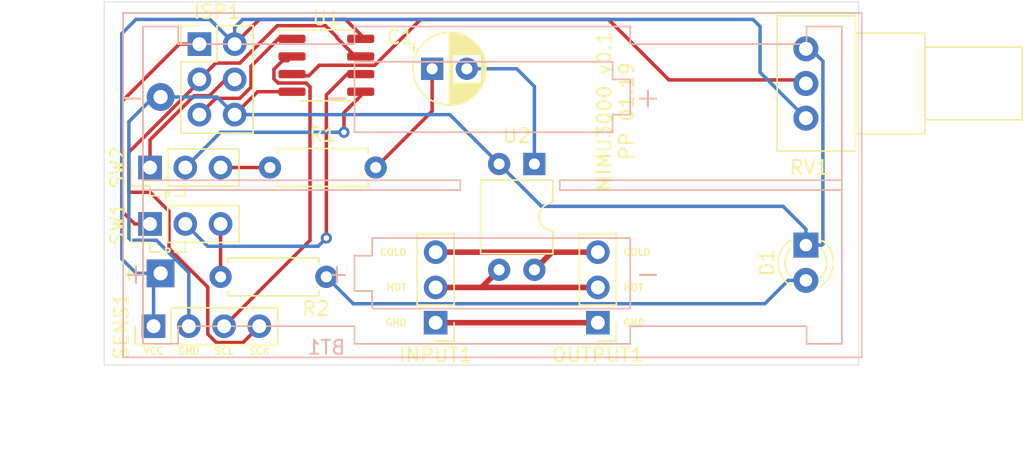
<source format=kicad_pcb>
(kicad_pcb (version 20171130) (host pcbnew 5.1.5-1.fc31)

  (general
    (thickness 1.6)
    (drawings 39)
    (tracks 138)
    (zones 0)
    (modules 14)
    (nets 19)
  )

  (page A4)
  (layers
    (0 F.Cu signal)
    (31 B.Cu signal)
    (32 B.Adhes user)
    (33 F.Adhes user)
    (34 B.Paste user)
    (35 F.Paste user)
    (36 B.SilkS user)
    (37 F.SilkS user)
    (38 B.Mask user)
    (39 F.Mask user)
    (40 Dwgs.User user)
    (41 Cmts.User user)
    (42 Eco1.User user)
    (43 Eco2.User user)
    (44 Edge.Cuts user)
    (45 Margin user)
    (46 B.CrtYd user)
    (47 F.CrtYd user)
    (48 B.Fab user)
    (49 F.Fab user)
  )

  (setup
    (last_trace_width 0.25)
    (trace_clearance 0.2)
    (zone_clearance 0.508)
    (zone_45_only no)
    (trace_min 0.2)
    (via_size 0.8)
    (via_drill 0.4)
    (via_min_size 0.4)
    (via_min_drill 0.3)
    (uvia_size 0.3)
    (uvia_drill 0.1)
    (uvias_allowed no)
    (uvia_min_size 0.2)
    (uvia_min_drill 0.1)
    (edge_width 0.05)
    (segment_width 0.2)
    (pcb_text_width 0.3)
    (pcb_text_size 1.5 1.5)
    (mod_edge_width 0.12)
    (mod_text_size 1 1)
    (mod_text_width 0.15)
    (pad_size 1.524 1.524)
    (pad_drill 0.762)
    (pad_to_mask_clearance 0.051)
    (solder_mask_min_width 0.25)
    (aux_axis_origin 0 0)
    (visible_elements FFFFFF7F)
    (pcbplotparams
      (layerselection 0x010fc_ffffffff)
      (usegerberextensions false)
      (usegerberattributes false)
      (usegerberadvancedattributes false)
      (creategerberjobfile false)
      (excludeedgelayer true)
      (linewidth 0.100000)
      (plotframeref false)
      (viasonmask false)
      (mode 1)
      (useauxorigin false)
      (hpglpennumber 1)
      (hpglpenspeed 20)
      (hpglpendiameter 15.000000)
      (psnegative false)
      (psa4output false)
      (plotreference true)
      (plotvalue true)
      (plotinvisibletext false)
      (padsonsilk false)
      (subtractmaskfromsilk false)
      (outputformat 1)
      (mirror false)
      (drillshape 1)
      (scaleselection 1)
      (outputdirectory ""))
  )

  (net 0 "")
  (net 1 "Net-(BT1-Pad2)")
  (net 2 "Net-(BT1-Pad1)")
  (net 3 "Net-(C1-Pad2)")
  (net 4 "Net-(C1-Pad1)")
  (net 5 "Net-(R1-Pad1)")
  (net 6 "Net-(INPUT1-Pad3)")
  (net 7 "Net-(INPUT1-Pad2)")
  (net 8 "Net-(INPUT1-Pad1)")
  (net 9 "Net-(RV1-Pad2)")
  (net 10 "Net-(D1-Pad2)")
  (net 11 "Net-(R2-Pad1)")
  (net 12 "Net-(SW1-Pad2)")
  (net 13 "Net-(SW2-Pad2)")
  (net 14 "Net-(ISP1-Pad5)")
  (net 15 "Net-(ISP1-Pad4)")
  (net 16 "Net-(ISP1-Pad3)")
  (net 17 "Net-(ISP1-Pad1)")
  (net 18 "Net-(SENS1-Pad3)")

  (net_class Default "This is the default net class."
    (clearance 0.2)
    (trace_width 0.25)
    (via_dia 0.8)
    (via_drill 0.4)
    (uvia_dia 0.3)
    (uvia_drill 0.1)
    (add_net "Net-(BT1-Pad1)")
    (add_net "Net-(BT1-Pad2)")
    (add_net "Net-(C1-Pad1)")
    (add_net "Net-(C1-Pad2)")
    (add_net "Net-(D1-Pad2)")
    (add_net "Net-(INPUT1-Pad1)")
    (add_net "Net-(INPUT1-Pad2)")
    (add_net "Net-(INPUT1-Pad3)")
    (add_net "Net-(ISP1-Pad1)")
    (add_net "Net-(ISP1-Pad3)")
    (add_net "Net-(ISP1-Pad4)")
    (add_net "Net-(ISP1-Pad5)")
    (add_net "Net-(R1-Pad1)")
    (add_net "Net-(R2-Pad1)")
    (add_net "Net-(RV1-Pad2)")
    (add_net "Net-(SENS1-Pad3)")
    (add_net "Net-(SW1-Pad2)")
    (add_net "Net-(SW2-Pad2)")
  )

  (module Battery:BatteryHolder_Keystone_2468_2xAAA (layer B.Cu) (tedit 5C9A5FE6) (tstamp 5E2B9FE4)
    (at 167.894 120.142)
    (descr "2xAAA cell battery holder, Keystone P/N 2468, http://www.keyelco.com/product-pdf.cfm?p=1033")
    (tags "AAA battery cell holder")
    (path /5E2BAE3F)
    (fp_text reference BT1 (at 11.938 5.334) (layer B.SilkS)
      (effects (font (size 1 1) (thickness 0.15)) (justify mirror))
    )
    (fp_text value 3V (at 27.456 -7.35) (layer B.Fab)
      (effects (font (size 1 1) (thickness 0.15)) (justify mirror))
    )
    (fp_text user + (at 35.1 -12.7) (layer B.SilkS)
      (effects (font (size 1.5 1.5) (thickness 0.15)) (justify mirror))
    )
    (fp_text user - (at 12.7 -12.7) (layer B.SilkS)
      (effects (font (size 1.5 1.5) (thickness 0.15)) (justify mirror))
    )
    (fp_text user - (at 35.1 0) (layer B.SilkS)
      (effects (font (size 1.5 1.5) (thickness 0.15)) (justify mirror))
    )
    (fp_text user + (at 12.7 0) (layer B.SilkS)
      (effects (font (size 1.5 1.5) (thickness 0.15)) (justify mirror))
    )
    (fp_text user - (at -2.032 -12.7) (layer B.SilkS)
      (effects (font (size 1.5 1.5) (thickness 0.15)) (justify mirror))
    )
    (fp_text user + (at -1.778 0) (layer B.SilkS)
      (effects (font (size 1.5 1.5) (thickness 0.15)) (justify mirror))
    )
    (fp_line (start -2.59 5.945) (end 50.39 5.945) (layer B.Fab) (width 0.1))
    (fp_line (start -2.59 -18.645) (end 50.39 -18.645) (layer B.Fab) (width 0.1))
    (fp_line (start 50.39 -18.645) (end 50.39 5.945) (layer B.Fab) (width 0.1))
    (fp_line (start -2.59 -18.645) (end -2.59 5.945) (layer B.Fab) (width 0.1))
    (fp_line (start 46.53 -17.78) (end 46.53 -16.51) (layer B.SilkS) (width 0.12))
    (fp_line (start 49.07 -17.78) (end 46.53 -17.78) (layer B.SilkS) (width 0.12))
    (fp_line (start 49.07 5.08) (end 49.07 -17.78) (layer B.SilkS) (width 0.12))
    (fp_line (start 46.53 5.08) (end 46.53 3.81) (layer B.SilkS) (width 0.12))
    (fp_line (start 49.07 5.08) (end 46.53 5.08) (layer B.SilkS) (width 0.12))
    (fp_line (start 1.27 -16.51) (end 13.97 -16.51) (layer B.SilkS) (width 0.12))
    (fp_line (start 1.27 -17.78) (end 1.27 -16.51) (layer B.SilkS) (width 0.12))
    (fp_line (start -1.27 -17.78) (end 1.27 -17.78) (layer B.SilkS) (width 0.12))
    (fp_line (start -1.27 5.08) (end -1.27 -17.78) (layer B.SilkS) (width 0.12))
    (fp_line (start 1.27 5.08) (end -1.27 5.08) (layer B.SilkS) (width 0.12))
    (fp_line (start 1.27 3.81) (end 1.27 5.08) (layer B.SilkS) (width 0.12))
    (fp_line (start 1.27 3.81) (end 13.97 3.81) (layer B.SilkS) (width 0.12))
    (fp_line (start 46.53 -16.51) (end 33.83 -16.51) (layer B.SilkS) (width 0.12))
    (fp_line (start 13.97 5.08) (end 13.97 3.81) (layer B.SilkS) (width 0.12))
    (fp_line (start 33.83 5.08) (end 13.97 5.08) (layer B.SilkS) (width 0.12))
    (fp_line (start 33.83 3.81) (end 33.83 5.08) (layer B.SilkS) (width 0.12))
    (fp_line (start 46.53 3.81) (end 33.83 3.81) (layer B.SilkS) (width 0.12))
    (fp_line (start 33.83 -17.78) (end 33.83 -16.51) (layer B.SilkS) (width 0.12))
    (fp_line (start 13.97 -17.78) (end 33.83 -17.78) (layer B.SilkS) (width 0.12))
    (fp_line (start 13.97 -16.51) (end 13.97 -17.78) (layer B.SilkS) (width 0.12))
    (fp_line (start 28.75 -6.7) (end 49.07 -6.7) (layer B.SilkS) (width 0.12))
    (fp_line (start 28.75 -6) (end 28.75 -6.7) (layer B.SilkS) (width 0.12))
    (fp_line (start 49.07 -6) (end 28.75 -6) (layer B.SilkS) (width 0.12))
    (fp_line (start 21.59 -6.7) (end -1.27 -6.7) (layer B.SilkS) (width 0.12))
    (fp_line (start 21.59 -6) (end 21.59 -6.7) (layer B.SilkS) (width 0.12))
    (fp_line (start -1.27 -6) (end 21.59 -6) (layer B.SilkS) (width 0.12))
    (fp_line (start 33.83 2.54) (end 33.83 -2.54) (layer B.SilkS) (width 0.12))
    (fp_line (start 15.24 2.54) (end 33.83 2.54) (layer B.SilkS) (width 0.12))
    (fp_line (start 15.24 1.27) (end 15.24 2.54) (layer B.SilkS) (width 0.12))
    (fp_line (start 13.97 1.27) (end 15.24 1.27) (layer B.SilkS) (width 0.12))
    (fp_line (start 13.97 -1.27) (end 13.97 1.27) (layer B.SilkS) (width 0.12))
    (fp_line (start 15.24 -1.27) (end 13.97 -1.27) (layer B.SilkS) (width 0.12))
    (fp_line (start 15.24 -2.54) (end 15.24 -1.27) (layer B.SilkS) (width 0.12))
    (fp_line (start 33.83 -2.54) (end 15.24 -2.54) (layer B.SilkS) (width 0.12))
    (fp_line (start 32.56 -15.24) (end 13.97 -15.24) (layer B.SilkS) (width 0.12))
    (fp_line (start 32.56 -13.97) (end 32.56 -15.24) (layer B.SilkS) (width 0.12))
    (fp_line (start 33.83 -13.97) (end 32.56 -13.97) (layer B.SilkS) (width 0.12))
    (fp_line (start 33.83 -11.43) (end 33.83 -13.97) (layer B.SilkS) (width 0.12))
    (fp_line (start 32.56 -11.43) (end 33.83 -11.43) (layer B.SilkS) (width 0.12))
    (fp_line (start 32.56 -10.16) (end 32.56 -11.43) (layer B.SilkS) (width 0.12))
    (fp_line (start 13.97 -10.16) (end 32.56 -10.16) (layer B.SilkS) (width 0.12))
    (fp_line (start 13.97 -15.24) (end 13.97 -10.16) (layer B.SilkS) (width 0.12))
    (fp_line (start 50.5 6.055) (end -2.7 6.055) (layer B.SilkS) (width 0.12))
    (fp_line (start -2.7 6.05) (end -2.7 -18.75) (layer B.SilkS) (width 0.12))
    (fp_line (start -2.7 -18.755) (end 50.5 -18.755) (layer B.SilkS) (width 0.12))
    (fp_line (start 50.5 -18.75) (end 50.5 6.05) (layer B.SilkS) (width 0.12))
    (fp_line (start 50.89 6.45) (end -3.09 6.45) (layer B.CrtYd) (width 0.05))
    (fp_line (start -3.09 6.45) (end -3.09 -19.15) (layer B.CrtYd) (width 0.05))
    (fp_line (start -3.09 -19.15) (end 50.89 -19.15) (layer B.CrtYd) (width 0.05))
    (fp_line (start 50.89 -19.15) (end 50.89 6.45) (layer B.CrtYd) (width 0.05))
    (fp_text user %R (at 27.456 -5.35) (layer B.Fab)
      (effects (font (size 1 1) (thickness 0.15)) (justify mirror))
    )
    (pad "" np_thru_hole circle (at 38.61 -8.7) (size 3.45 3.45) (drill 3.45) (layers *.Cu *.Mask))
    (pad "" np_thru_hole circle (at 8.64 -4) (size 3.45 3.45) (drill 3.45) (layers *.Cu))
    (pad 2 thru_hole circle (at 0 -12.7) (size 2 2) (drill 1.02) (layers *.Cu *.Mask)
      (net 1 "Net-(BT1-Pad2)"))
    (pad 1 thru_hole rect (at 0 0) (size 2 2) (drill 1.02) (layers *.Cu *.Mask)
      (net 2 "Net-(BT1-Pad1)"))
    (model ${KISYS3DMOD}/Battery.3dshapes/BatteryHolder_Keystone_2468_2xAAA.wrl
      (offset (xyz 0 0 1))
      (scale (xyz 1 1 1))
      (rotate (xyz 0 0 0))
    )
  )

  (module Package_DIP:DIP-4_W7.62mm (layer F.Cu) (tedit 5A02E8C5) (tstamp 5E2BA105)
    (at 194.818 112.268 270)
    (descr "4-lead though-hole mounted DIP package, row spacing 7.62 mm (300 mils)")
    (tags "THT DIP DIL PDIP 2.54mm 7.62mm 300mil")
    (path /5E2A0546)
    (fp_text reference U2 (at -2.032 1.27 180) (layer F.SilkS)
      (effects (font (size 1 1) (thickness 0.15)))
    )
    (fp_text value AQY211EH (at 3.81 4.87 90) (layer F.Fab)
      (effects (font (size 1 1) (thickness 0.15)))
    )
    (fp_text user %R (at 3.81 1.27 90) (layer F.Fab)
      (effects (font (size 1 1) (thickness 0.15)))
    )
    (fp_line (start 8.7 -1.55) (end -1.1 -1.55) (layer F.CrtYd) (width 0.05))
    (fp_line (start 8.7 4.1) (end 8.7 -1.55) (layer F.CrtYd) (width 0.05))
    (fp_line (start -1.1 4.1) (end 8.7 4.1) (layer F.CrtYd) (width 0.05))
    (fp_line (start -1.1 -1.55) (end -1.1 4.1) (layer F.CrtYd) (width 0.05))
    (fp_line (start 6.46 -1.33) (end 4.81 -1.33) (layer F.SilkS) (width 0.12))
    (fp_line (start 6.46 3.87) (end 6.46 -1.33) (layer F.SilkS) (width 0.12))
    (fp_line (start 1.16 3.87) (end 6.46 3.87) (layer F.SilkS) (width 0.12))
    (fp_line (start 1.16 -1.33) (end 1.16 3.87) (layer F.SilkS) (width 0.12))
    (fp_line (start 2.81 -1.33) (end 1.16 -1.33) (layer F.SilkS) (width 0.12))
    (fp_line (start 0.635 -0.27) (end 1.635 -1.27) (layer F.Fab) (width 0.1))
    (fp_line (start 0.635 3.81) (end 0.635 -0.27) (layer F.Fab) (width 0.1))
    (fp_line (start 6.985 3.81) (end 0.635 3.81) (layer F.Fab) (width 0.1))
    (fp_line (start 6.985 -1.27) (end 6.985 3.81) (layer F.Fab) (width 0.1))
    (fp_line (start 1.635 -1.27) (end 6.985 -1.27) (layer F.Fab) (width 0.1))
    (fp_arc (start 3.81 -1.33) (end 2.81 -1.33) (angle -180) (layer F.SilkS) (width 0.12))
    (pad 4 thru_hole oval (at 7.62 0 270) (size 1.6 1.6) (drill 0.8) (layers *.Cu *.Mask)
      (net 6 "Net-(INPUT1-Pad3)"))
    (pad 2 thru_hole oval (at 0 2.54 270) (size 1.6 1.6) (drill 0.8) (layers *.Cu *.Mask)
      (net 1 "Net-(BT1-Pad2)"))
    (pad 3 thru_hole oval (at 7.62 2.54 270) (size 1.6 1.6) (drill 0.8) (layers *.Cu *.Mask)
      (net 7 "Net-(INPUT1-Pad2)"))
    (pad 1 thru_hole rect (at 0 0 270) (size 1.6 1.6) (drill 0.8) (layers *.Cu *.Mask)
      (net 3 "Net-(C1-Pad2)"))
    (model ${KISYS3DMOD}/Package_DIP.3dshapes/DIP-4_W7.62mm.wrl
      (at (xyz 0 0 0))
      (scale (xyz 1 1 1))
      (rotate (xyz 0 0 0))
    )
  )

  (module Package_SO:SOIC-8_3.9x4.9mm_P1.27mm (layer F.Cu) (tedit 5D9F72B1) (tstamp 5E2BA0EB)
    (at 179.832 105.156)
    (descr "SOIC, 8 Pin (JEDEC MS-012AA, https://www.analog.com/media/en/package-pcb-resources/package/pkg_pdf/soic_narrow-r/r_8.pdf), generated with kicad-footprint-generator ipc_gullwing_generator.py")
    (tags "SOIC SO")
    (path /5E29D77C)
    (attr smd)
    (fp_text reference U1 (at 0 -3.4) (layer F.SilkS)
      (effects (font (size 1 1) (thickness 0.15)))
    )
    (fp_text value ATTINY13A-SSU (at 0 3.4) (layer F.Fab)
      (effects (font (size 1 1) (thickness 0.15)))
    )
    (fp_text user %R (at -0.015001 0.564999) (layer F.Fab)
      (effects (font (size 0.98 0.98) (thickness 0.15)))
    )
    (fp_line (start 3.7 -2.7) (end -3.7 -2.7) (layer F.CrtYd) (width 0.05))
    (fp_line (start 3.7 2.7) (end 3.7 -2.7) (layer F.CrtYd) (width 0.05))
    (fp_line (start -3.7 2.7) (end 3.7 2.7) (layer F.CrtYd) (width 0.05))
    (fp_line (start -3.7 -2.7) (end -3.7 2.7) (layer F.CrtYd) (width 0.05))
    (fp_line (start -1.95 -1.475) (end -0.975 -2.45) (layer F.Fab) (width 0.1))
    (fp_line (start -1.95 2.45) (end -1.95 -1.475) (layer F.Fab) (width 0.1))
    (fp_line (start 1.95 2.45) (end -1.95 2.45) (layer F.Fab) (width 0.1))
    (fp_line (start 1.95 -2.45) (end 1.95 2.45) (layer F.Fab) (width 0.1))
    (fp_line (start -0.975 -2.45) (end 1.95 -2.45) (layer F.Fab) (width 0.1))
    (fp_line (start 0 -2.56) (end -3.45 -2.56) (layer F.SilkS) (width 0.12))
    (fp_line (start 0 -2.56) (end 1.95 -2.56) (layer F.SilkS) (width 0.12))
    (fp_line (start 0 2.56) (end -1.95 2.56) (layer F.SilkS) (width 0.12))
    (fp_line (start 0 2.56) (end 1.95 2.56) (layer F.SilkS) (width 0.12))
    (pad 8 smd roundrect (at 2.475 -1.905) (size 1.95 0.6) (layers F.Cu F.Paste F.Mask) (roundrect_rratio 0.25)
      (net 2 "Net-(BT1-Pad1)"))
    (pad 7 smd roundrect (at 2.475 -0.635) (size 1.95 0.6) (layers F.Cu F.Paste F.Mask) (roundrect_rratio 0.25)
      (net 16 "Net-(ISP1-Pad3)"))
    (pad 6 smd roundrect (at 2.475 0.635) (size 1.95 0.6) (layers F.Cu F.Paste F.Mask) (roundrect_rratio 0.25)
      (net 12 "Net-(SW1-Pad2)"))
    (pad 5 smd roundrect (at 2.475 1.905) (size 1.95 0.6) (layers F.Cu F.Paste F.Mask) (roundrect_rratio 0.25)
      (net 13 "Net-(SW2-Pad2)"))
    (pad 4 smd roundrect (at -2.475 1.905) (size 1.95 0.6) (layers F.Cu F.Paste F.Mask) (roundrect_rratio 0.25)
      (net 1 "Net-(BT1-Pad2)"))
    (pad 3 smd roundrect (at -2.475 0.635) (size 1.95 0.6) (layers F.Cu F.Paste F.Mask) (roundrect_rratio 0.25)
      (net 9 "Net-(RV1-Pad2)"))
    (pad 2 smd roundrect (at -2.475 -0.635) (size 1.95 0.6) (layers F.Cu F.Paste F.Mask) (roundrect_rratio 0.25)
      (net 18 "Net-(SENS1-Pad3)"))
    (pad 1 smd roundrect (at -2.475 -1.905) (size 1.95 0.6) (layers F.Cu F.Paste F.Mask) (roundrect_rratio 0.25)
      (net 14 "Net-(ISP1-Pad5)"))
    (model ${KISYS3DMOD}/Package_SO.3dshapes/SOIC-8_3.9x4.9mm_P1.27mm.wrl
      (at (xyz 0 0 0))
      (scale (xyz 1 1 1))
      (rotate (xyz 0 0 0))
    )
  )

  (module Connector_PinHeader_2.54mm:PinHeader_1x04_P2.54mm_Vertical (layer F.Cu) (tedit 59FED5CC) (tstamp 5E2BA082)
    (at 167.386 123.952 90)
    (descr "Through hole straight pin header, 1x04, 2.54mm pitch, single row")
    (tags "Through hole pin header THT 1x04 2.54mm single row")
    (path /5E2CBB84)
    (fp_text reference SENS1 (at 0 -2.33 90) (layer F.SilkS)
      (effects (font (size 1 1) (thickness 0.15)))
    )
    (fp_text value Sens (at 0 9.95 90) (layer F.Fab)
      (effects (font (size 1 1) (thickness 0.15)))
    )
    (fp_text user %R (at 0 3.81) (layer F.Fab)
      (effects (font (size 1 1) (thickness 0.15)))
    )
    (fp_line (start 1.8 -1.8) (end -1.8 -1.8) (layer F.CrtYd) (width 0.05))
    (fp_line (start 1.8 9.4) (end 1.8 -1.8) (layer F.CrtYd) (width 0.05))
    (fp_line (start -1.8 9.4) (end 1.8 9.4) (layer F.CrtYd) (width 0.05))
    (fp_line (start -1.8 -1.8) (end -1.8 9.4) (layer F.CrtYd) (width 0.05))
    (fp_line (start -1.33 -1.33) (end 0 -1.33) (layer F.SilkS) (width 0.12))
    (fp_line (start -1.33 0) (end -1.33 -1.33) (layer F.SilkS) (width 0.12))
    (fp_line (start -1.33 1.27) (end 1.33 1.27) (layer F.SilkS) (width 0.12))
    (fp_line (start 1.33 1.27) (end 1.33 8.95) (layer F.SilkS) (width 0.12))
    (fp_line (start -1.33 1.27) (end -1.33 8.95) (layer F.SilkS) (width 0.12))
    (fp_line (start -1.33 8.95) (end 1.33 8.95) (layer F.SilkS) (width 0.12))
    (fp_line (start -1.27 -0.635) (end -0.635 -1.27) (layer F.Fab) (width 0.1))
    (fp_line (start -1.27 8.89) (end -1.27 -0.635) (layer F.Fab) (width 0.1))
    (fp_line (start 1.27 8.89) (end -1.27 8.89) (layer F.Fab) (width 0.1))
    (fp_line (start 1.27 -1.27) (end 1.27 8.89) (layer F.Fab) (width 0.1))
    (fp_line (start -0.635 -1.27) (end 1.27 -1.27) (layer F.Fab) (width 0.1))
    (pad 4 thru_hole oval (at 0 7.62 90) (size 1.7 1.7) (drill 1) (layers *.Cu *.Mask)
      (net 16 "Net-(ISP1-Pad3)"))
    (pad 3 thru_hole oval (at 0 5.08 90) (size 1.7 1.7) (drill 1) (layers *.Cu *.Mask)
      (net 18 "Net-(SENS1-Pad3)"))
    (pad 2 thru_hole oval (at 0 2.54 90) (size 1.7 1.7) (drill 1) (layers *.Cu *.Mask)
      (net 1 "Net-(BT1-Pad2)"))
    (pad 1 thru_hole rect (at 0 0 90) (size 1.7 1.7) (drill 1) (layers *.Cu *.Mask)
      (net 2 "Net-(BT1-Pad1)"))
    (model ${KISYS3DMOD}/Connector_PinHeader_2.54mm.3dshapes/PinHeader_1x04_P2.54mm_Vertical.wrl
      (at (xyz 0 0 0))
      (scale (xyz 1 1 1))
      (rotate (xyz 0 0 0))
    )
  )

  (module Connector_PinHeader_2.54mm:PinHeader_2x03_P2.54mm_Vertical (layer F.Cu) (tedit 59FED5CC) (tstamp 5E2B6328)
    (at 170.688 103.632)
    (descr "Through hole straight pin header, 2x03, 2.54mm pitch, double rows")
    (tags "Through hole pin header THT 2x03 2.54mm double row")
    (path /5E2B28C5)
    (fp_text reference ISP1 (at 1.27 -2.33) (layer F.SilkS)
      (effects (font (size 1 1) (thickness 0.15)))
    )
    (fp_text value AVR-ISP-6 (at 1.27 7.41) (layer F.Fab)
      (effects (font (size 1 1) (thickness 0.15)))
    )
    (fp_text user %R (at 1.27 2.54 90) (layer F.Fab)
      (effects (font (size 1 1) (thickness 0.15)))
    )
    (fp_line (start 4.35 -1.8) (end -1.8 -1.8) (layer F.CrtYd) (width 0.05))
    (fp_line (start 4.35 6.85) (end 4.35 -1.8) (layer F.CrtYd) (width 0.05))
    (fp_line (start -1.8 6.85) (end 4.35 6.85) (layer F.CrtYd) (width 0.05))
    (fp_line (start -1.8 -1.8) (end -1.8 6.85) (layer F.CrtYd) (width 0.05))
    (fp_line (start -1.33 -1.33) (end 0 -1.33) (layer F.SilkS) (width 0.12))
    (fp_line (start -1.33 0) (end -1.33 -1.33) (layer F.SilkS) (width 0.12))
    (fp_line (start 1.27 -1.33) (end 3.87 -1.33) (layer F.SilkS) (width 0.12))
    (fp_line (start 1.27 1.27) (end 1.27 -1.33) (layer F.SilkS) (width 0.12))
    (fp_line (start -1.33 1.27) (end 1.27 1.27) (layer F.SilkS) (width 0.12))
    (fp_line (start 3.87 -1.33) (end 3.87 6.41) (layer F.SilkS) (width 0.12))
    (fp_line (start -1.33 1.27) (end -1.33 6.41) (layer F.SilkS) (width 0.12))
    (fp_line (start -1.33 6.41) (end 3.87 6.41) (layer F.SilkS) (width 0.12))
    (fp_line (start -1.27 0) (end 0 -1.27) (layer F.Fab) (width 0.1))
    (fp_line (start -1.27 6.35) (end -1.27 0) (layer F.Fab) (width 0.1))
    (fp_line (start 3.81 6.35) (end -1.27 6.35) (layer F.Fab) (width 0.1))
    (fp_line (start 3.81 -1.27) (end 3.81 6.35) (layer F.Fab) (width 0.1))
    (fp_line (start 0 -1.27) (end 3.81 -1.27) (layer F.Fab) (width 0.1))
    (pad 6 thru_hole oval (at 2.54 5.08) (size 1.7 1.7) (drill 1) (layers *.Cu *.Mask)
      (net 1 "Net-(BT1-Pad2)"))
    (pad 5 thru_hole oval (at 0 5.08) (size 1.7 1.7) (drill 1) (layers *.Cu *.Mask)
      (net 14 "Net-(ISP1-Pad5)"))
    (pad 4 thru_hole oval (at 2.54 2.54) (size 1.7 1.7) (drill 1) (layers *.Cu *.Mask)
      (net 15 "Net-(ISP1-Pad4)"))
    (pad 3 thru_hole oval (at 0 2.54) (size 1.7 1.7) (drill 1) (layers *.Cu *.Mask)
      (net 16 "Net-(ISP1-Pad3)"))
    (pad 2 thru_hole oval (at 2.54 0) (size 1.7 1.7) (drill 1) (layers *.Cu *.Mask)
      (net 2 "Net-(BT1-Pad1)"))
    (pad 1 thru_hole rect (at 0 0) (size 1.7 1.7) (drill 1) (layers *.Cu *.Mask)
      (net 17 "Net-(ISP1-Pad1)"))
    (model ${KISYS3DMOD}/Connector_PinHeader_2.54mm.3dshapes/PinHeader_2x03_P2.54mm_Vertical.wrl
      (at (xyz 0 0 0))
      (scale (xyz 1 1 1))
      (rotate (xyz 0 0 0))
    )
  )

  (module Connector_PinHeader_2.54mm:PinHeader_1x03_P2.54mm_Vertical (layer F.Cu) (tedit 59FED5CC) (tstamp 5E31AC7F)
    (at 167.132 112.522 90)
    (descr "Through hole straight pin header, 1x03, 2.54mm pitch, single row")
    (tags "Through hole pin header THT 1x03 2.54mm single row")
    (path /5E2C59AF)
    (fp_text reference SW2 (at 0 -2.33 90) (layer F.SilkS)
      (effects (font (size 1 1) (thickness 0.15)))
    )
    (fp_text value P_MOSI (at 0 7.41 90) (layer F.Fab)
      (effects (font (size 1 1) (thickness 0.15)))
    )
    (fp_text user %R (at 0 2.54) (layer F.Fab)
      (effects (font (size 1 1) (thickness 0.15)))
    )
    (fp_line (start 1.8 -1.8) (end -1.8 -1.8) (layer F.CrtYd) (width 0.05))
    (fp_line (start 1.8 6.85) (end 1.8 -1.8) (layer F.CrtYd) (width 0.05))
    (fp_line (start -1.8 6.85) (end 1.8 6.85) (layer F.CrtYd) (width 0.05))
    (fp_line (start -1.8 -1.8) (end -1.8 6.85) (layer F.CrtYd) (width 0.05))
    (fp_line (start -1.33 -1.33) (end 0 -1.33) (layer F.SilkS) (width 0.12))
    (fp_line (start -1.33 0) (end -1.33 -1.33) (layer F.SilkS) (width 0.12))
    (fp_line (start -1.33 1.27) (end 1.33 1.27) (layer F.SilkS) (width 0.12))
    (fp_line (start 1.33 1.27) (end 1.33 6.41) (layer F.SilkS) (width 0.12))
    (fp_line (start -1.33 1.27) (end -1.33 6.41) (layer F.SilkS) (width 0.12))
    (fp_line (start -1.33 6.41) (end 1.33 6.41) (layer F.SilkS) (width 0.12))
    (fp_line (start -1.27 -0.635) (end -0.635 -1.27) (layer F.Fab) (width 0.1))
    (fp_line (start -1.27 6.35) (end -1.27 -0.635) (layer F.Fab) (width 0.1))
    (fp_line (start 1.27 6.35) (end -1.27 6.35) (layer F.Fab) (width 0.1))
    (fp_line (start 1.27 -1.27) (end 1.27 6.35) (layer F.Fab) (width 0.1))
    (fp_line (start -0.635 -1.27) (end 1.27 -1.27) (layer F.Fab) (width 0.1))
    (pad 3 thru_hole oval (at 0 5.08 90) (size 1.7 1.7) (drill 1) (layers *.Cu *.Mask)
      (net 5 "Net-(R1-Pad1)"))
    (pad 2 thru_hole oval (at 0 2.54 90) (size 1.7 1.7) (drill 1) (layers *.Cu *.Mask)
      (net 13 "Net-(SW2-Pad2)"))
    (pad 1 thru_hole rect (at 0 0 90) (size 1.7 1.7) (drill 1) (layers *.Cu *.Mask)
      (net 15 "Net-(ISP1-Pad4)"))
    (model ${KISYS3DMOD}/Connector_PinHeader_2.54mm.3dshapes/PinHeader_1x03_P2.54mm_Vertical.wrl
      (at (xyz 0 0 0))
      (scale (xyz 1 1 1))
      (rotate (xyz 0 0 0))
    )
  )

  (module Connector_PinHeader_2.54mm:PinHeader_1x03_P2.54mm_Vertical (layer F.Cu) (tedit 59FED5CC) (tstamp 5E2B640F)
    (at 167.132 116.586 90)
    (descr "Through hole straight pin header, 1x03, 2.54mm pitch, single row")
    (tags "Through hole pin header THT 1x03 2.54mm single row")
    (path /5E2C54A6)
    (fp_text reference SW1 (at 0 -2.33 90) (layer F.SilkS)
      (effects (font (size 1 1) (thickness 0.15)))
    )
    (fp_text value P_MISO (at 0 7.41 90) (layer F.Fab)
      (effects (font (size 1 1) (thickness 0.15)))
    )
    (fp_text user %R (at 0 2.54) (layer F.Fab)
      (effects (font (size 1 1) (thickness 0.15)))
    )
    (fp_line (start 1.8 -1.8) (end -1.8 -1.8) (layer F.CrtYd) (width 0.05))
    (fp_line (start 1.8 6.85) (end 1.8 -1.8) (layer F.CrtYd) (width 0.05))
    (fp_line (start -1.8 6.85) (end 1.8 6.85) (layer F.CrtYd) (width 0.05))
    (fp_line (start -1.8 -1.8) (end -1.8 6.85) (layer F.CrtYd) (width 0.05))
    (fp_line (start -1.33 -1.33) (end 0 -1.33) (layer F.SilkS) (width 0.12))
    (fp_line (start -1.33 0) (end -1.33 -1.33) (layer F.SilkS) (width 0.12))
    (fp_line (start -1.33 1.27) (end 1.33 1.27) (layer F.SilkS) (width 0.12))
    (fp_line (start 1.33 1.27) (end 1.33 6.41) (layer F.SilkS) (width 0.12))
    (fp_line (start -1.33 1.27) (end -1.33 6.41) (layer F.SilkS) (width 0.12))
    (fp_line (start -1.33 6.41) (end 1.33 6.41) (layer F.SilkS) (width 0.12))
    (fp_line (start -1.27 -0.635) (end -0.635 -1.27) (layer F.Fab) (width 0.1))
    (fp_line (start -1.27 6.35) (end -1.27 -0.635) (layer F.Fab) (width 0.1))
    (fp_line (start 1.27 6.35) (end -1.27 6.35) (layer F.Fab) (width 0.1))
    (fp_line (start 1.27 -1.27) (end 1.27 6.35) (layer F.Fab) (width 0.1))
    (fp_line (start -0.635 -1.27) (end 1.27 -1.27) (layer F.Fab) (width 0.1))
    (pad 3 thru_hole oval (at 0 5.08 90) (size 1.7 1.7) (drill 1) (layers *.Cu *.Mask)
      (net 11 "Net-(R2-Pad1)"))
    (pad 2 thru_hole oval (at 0 2.54 90) (size 1.7 1.7) (drill 1) (layers *.Cu *.Mask)
      (net 12 "Net-(SW1-Pad2)"))
    (pad 1 thru_hole rect (at 0 0 90) (size 1.7 1.7) (drill 1) (layers *.Cu *.Mask)
      (net 17 "Net-(ISP1-Pad1)"))
    (model ${KISYS3DMOD}/Connector_PinHeader_2.54mm.3dshapes/PinHeader_1x03_P2.54mm_Vertical.wrl
      (at (xyz 0 0 0))
      (scale (xyz 1 1 1))
      (rotate (xyz 0 0 0))
    )
  )

  (module Connector_PinHeader_2.54mm:PinHeader_1x03_P2.54mm_Vertical (layer F.Cu) (tedit 59FED5CC) (tstamp 5E2BA0BA)
    (at 199.39 123.698 180)
    (descr "Through hole straight pin header, 1x03, 2.54mm pitch, single row")
    (tags "Through hole pin header THT 1x03 2.54mm single row")
    (path /5E29E552)
    (fp_text reference OUTPUT1 (at 0 -2.33) (layer F.SilkS)
      (effects (font (size 1 1) (thickness 0.15)))
    )
    (fp_text value XLR3 (at 0 7.41) (layer F.Fab)
      (effects (font (size 1 1) (thickness 0.15)))
    )
    (fp_text user %R (at 0 2.54 90) (layer F.Fab)
      (effects (font (size 1 1) (thickness 0.15)))
    )
    (fp_line (start 1.8 -1.8) (end -1.8 -1.8) (layer F.CrtYd) (width 0.05))
    (fp_line (start 1.8 6.85) (end 1.8 -1.8) (layer F.CrtYd) (width 0.05))
    (fp_line (start -1.8 6.85) (end 1.8 6.85) (layer F.CrtYd) (width 0.05))
    (fp_line (start -1.8 -1.8) (end -1.8 6.85) (layer F.CrtYd) (width 0.05))
    (fp_line (start -1.33 -1.33) (end 0 -1.33) (layer F.SilkS) (width 0.12))
    (fp_line (start -1.33 0) (end -1.33 -1.33) (layer F.SilkS) (width 0.12))
    (fp_line (start -1.33 1.27) (end 1.33 1.27) (layer F.SilkS) (width 0.12))
    (fp_line (start 1.33 1.27) (end 1.33 6.41) (layer F.SilkS) (width 0.12))
    (fp_line (start -1.33 1.27) (end -1.33 6.41) (layer F.SilkS) (width 0.12))
    (fp_line (start -1.33 6.41) (end 1.33 6.41) (layer F.SilkS) (width 0.12))
    (fp_line (start -1.27 -0.635) (end -0.635 -1.27) (layer F.Fab) (width 0.1))
    (fp_line (start -1.27 6.35) (end -1.27 -0.635) (layer F.Fab) (width 0.1))
    (fp_line (start 1.27 6.35) (end -1.27 6.35) (layer F.Fab) (width 0.1))
    (fp_line (start 1.27 -1.27) (end 1.27 6.35) (layer F.Fab) (width 0.1))
    (fp_line (start -0.635 -1.27) (end 1.27 -1.27) (layer F.Fab) (width 0.1))
    (pad 3 thru_hole oval (at 0 5.08 180) (size 1.7 1.7) (drill 1) (layers *.Cu *.Mask)
      (net 6 "Net-(INPUT1-Pad3)"))
    (pad 2 thru_hole oval (at 0 2.54 180) (size 1.7 1.7) (drill 1) (layers *.Cu *.Mask)
      (net 7 "Net-(INPUT1-Pad2)"))
    (pad 1 thru_hole rect (at 0 0 180) (size 1.7 1.7) (drill 1) (layers *.Cu *.Mask)
      (net 8 "Net-(INPUT1-Pad1)"))
    (model ${KISYS3DMOD}/Connector_PinHeader_2.54mm.3dshapes/PinHeader_1x03_P2.54mm_Vertical.wrl
      (at (xyz 0 0 0))
      (scale (xyz 1 1 1))
      (rotate (xyz 0 0 0))
    )
  )

  (module Connector_PinHeader_2.54mm:PinHeader_1x03_P2.54mm_Vertical (layer F.Cu) (tedit 59FED5CC) (tstamp 5E2BA09E)
    (at 187.706 123.698 180)
    (descr "Through hole straight pin header, 1x03, 2.54mm pitch, single row")
    (tags "Through hole pin header THT 1x03 2.54mm single row")
    (path /5E29E533)
    (fp_text reference INPUT1 (at 0 -2.33) (layer F.SilkS)
      (effects (font (size 1 1) (thickness 0.15)))
    )
    (fp_text value XLR3 (at 0 7.41) (layer F.Fab)
      (effects (font (size 1 1) (thickness 0.15)))
    )
    (fp_line (start -0.635 -1.27) (end 1.27 -1.27) (layer F.Fab) (width 0.1))
    (fp_line (start 1.27 -1.27) (end 1.27 6.35) (layer F.Fab) (width 0.1))
    (fp_line (start 1.27 6.35) (end -1.27 6.35) (layer F.Fab) (width 0.1))
    (fp_line (start -1.27 6.35) (end -1.27 -0.635) (layer F.Fab) (width 0.1))
    (fp_line (start -1.27 -0.635) (end -0.635 -1.27) (layer F.Fab) (width 0.1))
    (fp_line (start -1.33 6.41) (end 1.33 6.41) (layer F.SilkS) (width 0.12))
    (fp_line (start -1.33 1.27) (end -1.33 6.41) (layer F.SilkS) (width 0.12))
    (fp_line (start 1.33 1.27) (end 1.33 6.41) (layer F.SilkS) (width 0.12))
    (fp_line (start -1.33 1.27) (end 1.33 1.27) (layer F.SilkS) (width 0.12))
    (fp_line (start -1.33 0) (end -1.33 -1.33) (layer F.SilkS) (width 0.12))
    (fp_line (start -1.33 -1.33) (end 0 -1.33) (layer F.SilkS) (width 0.12))
    (fp_line (start -1.8 -1.8) (end -1.8 6.85) (layer F.CrtYd) (width 0.05))
    (fp_line (start -1.8 6.85) (end 1.8 6.85) (layer F.CrtYd) (width 0.05))
    (fp_line (start 1.8 6.85) (end 1.8 -1.8) (layer F.CrtYd) (width 0.05))
    (fp_line (start 1.8 -1.8) (end -1.8 -1.8) (layer F.CrtYd) (width 0.05))
    (fp_text user %R (at 0 2.54 90) (layer F.Fab)
      (effects (font (size 1 1) (thickness 0.15)))
    )
    (pad 1 thru_hole rect (at 0 0 180) (size 1.7 1.7) (drill 1) (layers *.Cu *.Mask)
      (net 8 "Net-(INPUT1-Pad1)"))
    (pad 2 thru_hole oval (at 0 2.54 180) (size 1.7 1.7) (drill 1) (layers *.Cu *.Mask)
      (net 7 "Net-(INPUT1-Pad2)"))
    (pad 3 thru_hole oval (at 0 5.08 180) (size 1.7 1.7) (drill 1) (layers *.Cu *.Mask)
      (net 6 "Net-(INPUT1-Pad3)"))
    (model ${KISYS3DMOD}/Connector_PinHeader_2.54mm.3dshapes/PinHeader_1x03_P2.54mm_Vertical.wrl
      (at (xyz 0 0 0))
      (scale (xyz 1 1 1))
      (rotate (xyz 0 0 0))
    )
  )

  (module LED_THT:LED_D3.0mm (layer F.Cu) (tedit 587A3A7B) (tstamp 5E2B94F7)
    (at 214.376 118.11 270)
    (descr "LED, diameter 3.0mm, 2 pins")
    (tags "LED diameter 3.0mm 2 pins")
    (path /5E2C9905)
    (fp_text reference D1 (at 1.27 2.794 90) (layer F.SilkS)
      (effects (font (size 1 1) (thickness 0.15)))
    )
    (fp_text value LED (at 1.27 2.96 90) (layer F.Fab)
      (effects (font (size 1 1) (thickness 0.15)))
    )
    (fp_line (start 3.7 -2.25) (end -1.15 -2.25) (layer F.CrtYd) (width 0.05))
    (fp_line (start 3.7 2.25) (end 3.7 -2.25) (layer F.CrtYd) (width 0.05))
    (fp_line (start -1.15 2.25) (end 3.7 2.25) (layer F.CrtYd) (width 0.05))
    (fp_line (start -1.15 -2.25) (end -1.15 2.25) (layer F.CrtYd) (width 0.05))
    (fp_line (start -0.29 1.08) (end -0.29 1.236) (layer F.SilkS) (width 0.12))
    (fp_line (start -0.29 -1.236) (end -0.29 -1.08) (layer F.SilkS) (width 0.12))
    (fp_line (start -0.23 -1.16619) (end -0.23 1.16619) (layer F.Fab) (width 0.1))
    (fp_circle (center 1.27 0) (end 2.77 0) (layer F.Fab) (width 0.1))
    (fp_arc (start 1.27 0) (end 0.229039 1.08) (angle -87.9) (layer F.SilkS) (width 0.12))
    (fp_arc (start 1.27 0) (end 0.229039 -1.08) (angle 87.9) (layer F.SilkS) (width 0.12))
    (fp_arc (start 1.27 0) (end -0.29 1.235516) (angle -108.8) (layer F.SilkS) (width 0.12))
    (fp_arc (start 1.27 0) (end -0.29 -1.235516) (angle 108.8) (layer F.SilkS) (width 0.12))
    (fp_arc (start 1.27 0) (end -0.23 -1.16619) (angle 284.3) (layer F.Fab) (width 0.1))
    (pad 2 thru_hole circle (at 2.54 0 270) (size 1.8 1.8) (drill 0.9) (layers *.Cu *.Mask)
      (net 10 "Net-(D1-Pad2)"))
    (pad 1 thru_hole rect (at 0 0 270) (size 1.8 1.8) (drill 0.9) (layers *.Cu *.Mask)
      (net 1 "Net-(BT1-Pad2)"))
    (model ${KISYS3DMOD}/LED_THT.3dshapes/LED_D3.0mm.wrl
      (at (xyz 0 0 0))
      (scale (xyz 1 1 1))
      (rotate (xyz 0 0 0))
    )
  )

  (module Resistor_THT:R_Axial_DIN0207_L6.3mm_D2.5mm_P7.62mm_Horizontal (layer F.Cu) (tedit 5AE5139B) (tstamp 5E2B95CC)
    (at 172.212 120.396)
    (descr "Resistor, Axial_DIN0207 series, Axial, Horizontal, pin pitch=7.62mm, 0.25W = 1/4W, length*diameter=6.3*2.5mm^2, http://cdn-reichelt.de/documents/datenblatt/B400/1_4W%23YAG.pdf")
    (tags "Resistor Axial_DIN0207 series Axial Horizontal pin pitch 7.62mm 0.25W = 1/4W length 6.3mm diameter 2.5mm")
    (path /5E2D7AE9)
    (fp_text reference R2 (at 6.858 2.286) (layer F.SilkS)
      (effects (font (size 1 1) (thickness 0.15)))
    )
    (fp_text value 90R (at 7.366 2.37) (layer F.Fab)
      (effects (font (size 1 1) (thickness 0.15)))
    )
    (fp_text user %R (at 3.81 0) (layer F.Fab)
      (effects (font (size 1 1) (thickness 0.15)))
    )
    (fp_line (start 8.67 -1.5) (end -1.05 -1.5) (layer F.CrtYd) (width 0.05))
    (fp_line (start 8.67 1.5) (end 8.67 -1.5) (layer F.CrtYd) (width 0.05))
    (fp_line (start -1.05 1.5) (end 8.67 1.5) (layer F.CrtYd) (width 0.05))
    (fp_line (start -1.05 -1.5) (end -1.05 1.5) (layer F.CrtYd) (width 0.05))
    (fp_line (start 7.08 1.37) (end 7.08 1.04) (layer F.SilkS) (width 0.12))
    (fp_line (start 0.54 1.37) (end 7.08 1.37) (layer F.SilkS) (width 0.12))
    (fp_line (start 0.54 1.04) (end 0.54 1.37) (layer F.SilkS) (width 0.12))
    (fp_line (start 7.08 -1.37) (end 7.08 -1.04) (layer F.SilkS) (width 0.12))
    (fp_line (start 0.54 -1.37) (end 7.08 -1.37) (layer F.SilkS) (width 0.12))
    (fp_line (start 0.54 -1.04) (end 0.54 -1.37) (layer F.SilkS) (width 0.12))
    (fp_line (start 7.62 0) (end 6.96 0) (layer F.Fab) (width 0.1))
    (fp_line (start 0 0) (end 0.66 0) (layer F.Fab) (width 0.1))
    (fp_line (start 6.96 -1.25) (end 0.66 -1.25) (layer F.Fab) (width 0.1))
    (fp_line (start 6.96 1.25) (end 6.96 -1.25) (layer F.Fab) (width 0.1))
    (fp_line (start 0.66 1.25) (end 6.96 1.25) (layer F.Fab) (width 0.1))
    (fp_line (start 0.66 -1.25) (end 0.66 1.25) (layer F.Fab) (width 0.1))
    (pad 2 thru_hole oval (at 7.62 0) (size 1.6 1.6) (drill 0.8) (layers *.Cu *.Mask)
      (net 10 "Net-(D1-Pad2)"))
    (pad 1 thru_hole circle (at 0 0) (size 1.6 1.6) (drill 0.8) (layers *.Cu *.Mask)
      (net 11 "Net-(R2-Pad1)"))
    (model ${KISYS3DMOD}/Resistor_THT.3dshapes/R_Axial_DIN0207_L6.3mm_D2.5mm_P7.62mm_Horizontal.wrl
      (at (xyz 0 0 0))
      (scale (xyz 1 1 1))
      (rotate (xyz 0 0 0))
    )
  )

  (module Potentiometer_THT:Potentiometer_Alps_RK09Y11_Single_Horizontal (layer F.Cu) (tedit 5A3D4993) (tstamp 5E2B8135)
    (at 214.376 108.966)
    (descr "Potentiometer, horizontal, Alps RK09Y11 Single, http://www.alps.com/prod/info/E/HTML/Potentiometer/RotaryPotentiometers/RK09Y11/RK09Y11_list.html")
    (tags "Potentiometer horizontal Alps RK09Y11 Single")
    (path /5E2BA12E)
    (fp_text reference RV1 (at 0.254 3.556) (layer F.SilkS)
      (effects (font (size 1 1) (thickness 0.15)))
    )
    (fp_text value R_POT (at 0 3.5) (layer F.Fab)
      (effects (font (size 1 1) (thickness 0.15)))
    )
    (fp_text user %R (at 0.75 -2.5) (layer F.Fab)
      (effects (font (size 1 1) (thickness 0.15)))
    )
    (fp_line (start 15.7 -7.5) (end -2.2 -7.5) (layer F.CrtYd) (width 0.05))
    (fp_line (start 15.7 2.5) (end 15.7 -7.5) (layer F.CrtYd) (width 0.05))
    (fp_line (start -2.2 2.5) (end 15.7 2.5) (layer F.CrtYd) (width 0.05))
    (fp_line (start -2.2 -7.5) (end -2.2 2.5) (layer F.CrtYd) (width 0.05))
    (fp_line (start 15.57 -5.12) (end 15.57 0.12) (layer F.SilkS) (width 0.12))
    (fp_line (start 8.57 -5.12) (end 8.57 0.12) (layer F.SilkS) (width 0.12))
    (fp_line (start 8.57 0.12) (end 15.57 0.12) (layer F.SilkS) (width 0.12))
    (fp_line (start 8.57 -5.12) (end 15.57 -5.12) (layer F.SilkS) (width 0.12))
    (fp_line (start 8.57 -6.12) (end 8.57 1.12) (layer F.SilkS) (width 0.12))
    (fp_line (start 3.57 -6.12) (end 3.57 1.12) (layer F.SilkS) (width 0.12))
    (fp_line (start 3.57 1.12) (end 8.57 1.12) (layer F.SilkS) (width 0.12))
    (fp_line (start 3.57 -6.12) (end 8.57 -6.12) (layer F.SilkS) (width 0.12))
    (fp_line (start 3.57 -7.37) (end 3.57 2.37) (layer F.SilkS) (width 0.12))
    (fp_line (start -2.071 -7.37) (end -2.071 2.37) (layer F.SilkS) (width 0.12))
    (fp_line (start -2.071 2.37) (end 3.57 2.37) (layer F.SilkS) (width 0.12))
    (fp_line (start -2.071 -7.37) (end 3.57 -7.37) (layer F.SilkS) (width 0.12))
    (fp_line (start 15.45 -5) (end 8.45 -5) (layer F.Fab) (width 0.1))
    (fp_line (start 15.45 0) (end 15.45 -5) (layer F.Fab) (width 0.1))
    (fp_line (start 8.45 0) (end 15.45 0) (layer F.Fab) (width 0.1))
    (fp_line (start 8.45 -5) (end 8.45 0) (layer F.Fab) (width 0.1))
    (fp_line (start 8.45 -6) (end 3.45 -6) (layer F.Fab) (width 0.1))
    (fp_line (start 8.45 1) (end 8.45 -6) (layer F.Fab) (width 0.1))
    (fp_line (start 3.45 1) (end 8.45 1) (layer F.Fab) (width 0.1))
    (fp_line (start 3.45 -6) (end 3.45 1) (layer F.Fab) (width 0.1))
    (fp_line (start 3.45 -7.25) (end -1.95 -7.25) (layer F.Fab) (width 0.1))
    (fp_line (start 3.45 2.25) (end 3.45 -7.25) (layer F.Fab) (width 0.1))
    (fp_line (start -1.95 2.25) (end 3.45 2.25) (layer F.Fab) (width 0.1))
    (fp_line (start -1.95 -7.25) (end -1.95 2.25) (layer F.Fab) (width 0.1))
    (pad 1 thru_hole circle (at 0 0) (size 1.8 1.8) (drill 1) (layers *.Cu *.Mask)
      (net 2 "Net-(BT1-Pad1)"))
    (pad 2 thru_hole circle (at 0 -2.5) (size 1.8 1.8) (drill 1) (layers *.Cu *.Mask)
      (net 9 "Net-(RV1-Pad2)"))
    (pad 3 thru_hole circle (at 0 -5) (size 1.8 1.8) (drill 1) (layers *.Cu *.Mask)
      (net 1 "Net-(BT1-Pad2)"))
    (model ${KISYS3DMOD}/Potentiometer_THT.3dshapes/Potentiometer_Alps_RK09Y11_Single_Horizontal.wrl
      (at (xyz 0 0 0))
      (scale (xyz 1 1 1))
      (rotate (xyz 0 0 0))
    )
    (model ${KIPRJMOD}/3dFiles/Assem1.STEP
      (offset (xyz 0 2.5 6.5))
      (scale (xyz 0.5 0.5 0.5))
      (rotate (xyz -90 0 -90))
    )
  )

  (module Resistor_THT:R_Axial_DIN0207_L6.3mm_D2.5mm_P7.62mm_Horizontal (layer F.Cu) (tedit 5AE5139B) (tstamp 5E2BA0D1)
    (at 175.768 112.522)
    (descr "Resistor, Axial_DIN0207 series, Axial, Horizontal, pin pitch=7.62mm, 0.25W = 1/4W, length*diameter=6.3*2.5mm^2, http://cdn-reichelt.de/documents/datenblatt/B400/1_4W%23YAG.pdf")
    (tags "Resistor Axial_DIN0207 series Axial Horizontal pin pitch 7.62mm 0.25W = 1/4W length 6.3mm diameter 2.5mm")
    (path /5E29E9BB)
    (fp_text reference R1 (at 3.81 -2.37) (layer F.SilkS)
      (effects (font (size 1 1) (thickness 0.15)))
    )
    (fp_text value 100R (at 3.81 2.37) (layer F.Fab)
      (effects (font (size 1 1) (thickness 0.15)))
    )
    (fp_text user %R (at 3.81 0) (layer F.Fab)
      (effects (font (size 1 1) (thickness 0.15)))
    )
    (fp_line (start 8.67 -1.5) (end -1.05 -1.5) (layer F.CrtYd) (width 0.05))
    (fp_line (start 8.67 1.5) (end 8.67 -1.5) (layer F.CrtYd) (width 0.05))
    (fp_line (start -1.05 1.5) (end 8.67 1.5) (layer F.CrtYd) (width 0.05))
    (fp_line (start -1.05 -1.5) (end -1.05 1.5) (layer F.CrtYd) (width 0.05))
    (fp_line (start 7.08 1.37) (end 7.08 1.04) (layer F.SilkS) (width 0.12))
    (fp_line (start 0.54 1.37) (end 7.08 1.37) (layer F.SilkS) (width 0.12))
    (fp_line (start 0.54 1.04) (end 0.54 1.37) (layer F.SilkS) (width 0.12))
    (fp_line (start 7.08 -1.37) (end 7.08 -1.04) (layer F.SilkS) (width 0.12))
    (fp_line (start 0.54 -1.37) (end 7.08 -1.37) (layer F.SilkS) (width 0.12))
    (fp_line (start 0.54 -1.04) (end 0.54 -1.37) (layer F.SilkS) (width 0.12))
    (fp_line (start 7.62 0) (end 6.96 0) (layer F.Fab) (width 0.1))
    (fp_line (start 0 0) (end 0.66 0) (layer F.Fab) (width 0.1))
    (fp_line (start 6.96 -1.25) (end 0.66 -1.25) (layer F.Fab) (width 0.1))
    (fp_line (start 6.96 1.25) (end 6.96 -1.25) (layer F.Fab) (width 0.1))
    (fp_line (start 0.66 1.25) (end 6.96 1.25) (layer F.Fab) (width 0.1))
    (fp_line (start 0.66 -1.25) (end 0.66 1.25) (layer F.Fab) (width 0.1))
    (pad 2 thru_hole oval (at 7.62 0) (size 1.6 1.6) (drill 0.8) (layers *.Cu *.Mask)
      (net 4 "Net-(C1-Pad1)"))
    (pad 1 thru_hole circle (at 0 0) (size 1.6 1.6) (drill 0.8) (layers *.Cu *.Mask)
      (net 5 "Net-(R1-Pad1)"))
    (model ${KISYS3DMOD}/Resistor_THT.3dshapes/R_Axial_DIN0207_L6.3mm_D2.5mm_P7.62mm_Horizontal.wrl
      (at (xyz 0 0 0))
      (scale (xyz 1 1 1))
      (rotate (xyz 0 0 0))
    )
  )

  (module Capacitor_THT:CP_Radial_D5.0mm_P2.50mm (layer F.Cu) (tedit 5AE50EF0) (tstamp 5E2BA068)
    (at 187.452 105.41)
    (descr "CP, Radial series, Radial, pin pitch=2.50mm, , diameter=5mm, Electrolytic Capacitor")
    (tags "CP Radial series Radial pin pitch 2.50mm  diameter 5mm Electrolytic Capacitor")
    (path /5E2AE194)
    (fp_text reference C1 (at -2.286 -2.286) (layer F.SilkS)
      (effects (font (size 1 1) (thickness 0.15)))
    )
    (fp_text value 47µ (at 1.25 3.75) (layer F.Fab)
      (effects (font (size 1 1) (thickness 0.15)))
    )
    (fp_text user %R (at 1.25 0) (layer F.Fab)
      (effects (font (size 1 1) (thickness 0.15)))
    )
    (fp_line (start -1.304775 -1.725) (end -1.304775 -1.225) (layer F.SilkS) (width 0.12))
    (fp_line (start -1.554775 -1.475) (end -1.054775 -1.475) (layer F.SilkS) (width 0.12))
    (fp_line (start 3.851 -0.284) (end 3.851 0.284) (layer F.SilkS) (width 0.12))
    (fp_line (start 3.811 -0.518) (end 3.811 0.518) (layer F.SilkS) (width 0.12))
    (fp_line (start 3.771 -0.677) (end 3.771 0.677) (layer F.SilkS) (width 0.12))
    (fp_line (start 3.731 -0.805) (end 3.731 0.805) (layer F.SilkS) (width 0.12))
    (fp_line (start 3.691 -0.915) (end 3.691 0.915) (layer F.SilkS) (width 0.12))
    (fp_line (start 3.651 -1.011) (end 3.651 1.011) (layer F.SilkS) (width 0.12))
    (fp_line (start 3.611 -1.098) (end 3.611 1.098) (layer F.SilkS) (width 0.12))
    (fp_line (start 3.571 -1.178) (end 3.571 1.178) (layer F.SilkS) (width 0.12))
    (fp_line (start 3.531 1.04) (end 3.531 1.251) (layer F.SilkS) (width 0.12))
    (fp_line (start 3.531 -1.251) (end 3.531 -1.04) (layer F.SilkS) (width 0.12))
    (fp_line (start 3.491 1.04) (end 3.491 1.319) (layer F.SilkS) (width 0.12))
    (fp_line (start 3.491 -1.319) (end 3.491 -1.04) (layer F.SilkS) (width 0.12))
    (fp_line (start 3.451 1.04) (end 3.451 1.383) (layer F.SilkS) (width 0.12))
    (fp_line (start 3.451 -1.383) (end 3.451 -1.04) (layer F.SilkS) (width 0.12))
    (fp_line (start 3.411 1.04) (end 3.411 1.443) (layer F.SilkS) (width 0.12))
    (fp_line (start 3.411 -1.443) (end 3.411 -1.04) (layer F.SilkS) (width 0.12))
    (fp_line (start 3.371 1.04) (end 3.371 1.5) (layer F.SilkS) (width 0.12))
    (fp_line (start 3.371 -1.5) (end 3.371 -1.04) (layer F.SilkS) (width 0.12))
    (fp_line (start 3.331 1.04) (end 3.331 1.554) (layer F.SilkS) (width 0.12))
    (fp_line (start 3.331 -1.554) (end 3.331 -1.04) (layer F.SilkS) (width 0.12))
    (fp_line (start 3.291 1.04) (end 3.291 1.605) (layer F.SilkS) (width 0.12))
    (fp_line (start 3.291 -1.605) (end 3.291 -1.04) (layer F.SilkS) (width 0.12))
    (fp_line (start 3.251 1.04) (end 3.251 1.653) (layer F.SilkS) (width 0.12))
    (fp_line (start 3.251 -1.653) (end 3.251 -1.04) (layer F.SilkS) (width 0.12))
    (fp_line (start 3.211 1.04) (end 3.211 1.699) (layer F.SilkS) (width 0.12))
    (fp_line (start 3.211 -1.699) (end 3.211 -1.04) (layer F.SilkS) (width 0.12))
    (fp_line (start 3.171 1.04) (end 3.171 1.743) (layer F.SilkS) (width 0.12))
    (fp_line (start 3.171 -1.743) (end 3.171 -1.04) (layer F.SilkS) (width 0.12))
    (fp_line (start 3.131 1.04) (end 3.131 1.785) (layer F.SilkS) (width 0.12))
    (fp_line (start 3.131 -1.785) (end 3.131 -1.04) (layer F.SilkS) (width 0.12))
    (fp_line (start 3.091 1.04) (end 3.091 1.826) (layer F.SilkS) (width 0.12))
    (fp_line (start 3.091 -1.826) (end 3.091 -1.04) (layer F.SilkS) (width 0.12))
    (fp_line (start 3.051 1.04) (end 3.051 1.864) (layer F.SilkS) (width 0.12))
    (fp_line (start 3.051 -1.864) (end 3.051 -1.04) (layer F.SilkS) (width 0.12))
    (fp_line (start 3.011 1.04) (end 3.011 1.901) (layer F.SilkS) (width 0.12))
    (fp_line (start 3.011 -1.901) (end 3.011 -1.04) (layer F.SilkS) (width 0.12))
    (fp_line (start 2.971 1.04) (end 2.971 1.937) (layer F.SilkS) (width 0.12))
    (fp_line (start 2.971 -1.937) (end 2.971 -1.04) (layer F.SilkS) (width 0.12))
    (fp_line (start 2.931 1.04) (end 2.931 1.971) (layer F.SilkS) (width 0.12))
    (fp_line (start 2.931 -1.971) (end 2.931 -1.04) (layer F.SilkS) (width 0.12))
    (fp_line (start 2.891 1.04) (end 2.891 2.004) (layer F.SilkS) (width 0.12))
    (fp_line (start 2.891 -2.004) (end 2.891 -1.04) (layer F.SilkS) (width 0.12))
    (fp_line (start 2.851 1.04) (end 2.851 2.035) (layer F.SilkS) (width 0.12))
    (fp_line (start 2.851 -2.035) (end 2.851 -1.04) (layer F.SilkS) (width 0.12))
    (fp_line (start 2.811 1.04) (end 2.811 2.065) (layer F.SilkS) (width 0.12))
    (fp_line (start 2.811 -2.065) (end 2.811 -1.04) (layer F.SilkS) (width 0.12))
    (fp_line (start 2.771 1.04) (end 2.771 2.095) (layer F.SilkS) (width 0.12))
    (fp_line (start 2.771 -2.095) (end 2.771 -1.04) (layer F.SilkS) (width 0.12))
    (fp_line (start 2.731 1.04) (end 2.731 2.122) (layer F.SilkS) (width 0.12))
    (fp_line (start 2.731 -2.122) (end 2.731 -1.04) (layer F.SilkS) (width 0.12))
    (fp_line (start 2.691 1.04) (end 2.691 2.149) (layer F.SilkS) (width 0.12))
    (fp_line (start 2.691 -2.149) (end 2.691 -1.04) (layer F.SilkS) (width 0.12))
    (fp_line (start 2.651 1.04) (end 2.651 2.175) (layer F.SilkS) (width 0.12))
    (fp_line (start 2.651 -2.175) (end 2.651 -1.04) (layer F.SilkS) (width 0.12))
    (fp_line (start 2.611 1.04) (end 2.611 2.2) (layer F.SilkS) (width 0.12))
    (fp_line (start 2.611 -2.2) (end 2.611 -1.04) (layer F.SilkS) (width 0.12))
    (fp_line (start 2.571 1.04) (end 2.571 2.224) (layer F.SilkS) (width 0.12))
    (fp_line (start 2.571 -2.224) (end 2.571 -1.04) (layer F.SilkS) (width 0.12))
    (fp_line (start 2.531 1.04) (end 2.531 2.247) (layer F.SilkS) (width 0.12))
    (fp_line (start 2.531 -2.247) (end 2.531 -1.04) (layer F.SilkS) (width 0.12))
    (fp_line (start 2.491 1.04) (end 2.491 2.268) (layer F.SilkS) (width 0.12))
    (fp_line (start 2.491 -2.268) (end 2.491 -1.04) (layer F.SilkS) (width 0.12))
    (fp_line (start 2.451 1.04) (end 2.451 2.29) (layer F.SilkS) (width 0.12))
    (fp_line (start 2.451 -2.29) (end 2.451 -1.04) (layer F.SilkS) (width 0.12))
    (fp_line (start 2.411 1.04) (end 2.411 2.31) (layer F.SilkS) (width 0.12))
    (fp_line (start 2.411 -2.31) (end 2.411 -1.04) (layer F.SilkS) (width 0.12))
    (fp_line (start 2.371 1.04) (end 2.371 2.329) (layer F.SilkS) (width 0.12))
    (fp_line (start 2.371 -2.329) (end 2.371 -1.04) (layer F.SilkS) (width 0.12))
    (fp_line (start 2.331 1.04) (end 2.331 2.348) (layer F.SilkS) (width 0.12))
    (fp_line (start 2.331 -2.348) (end 2.331 -1.04) (layer F.SilkS) (width 0.12))
    (fp_line (start 2.291 1.04) (end 2.291 2.365) (layer F.SilkS) (width 0.12))
    (fp_line (start 2.291 -2.365) (end 2.291 -1.04) (layer F.SilkS) (width 0.12))
    (fp_line (start 2.251 1.04) (end 2.251 2.382) (layer F.SilkS) (width 0.12))
    (fp_line (start 2.251 -2.382) (end 2.251 -1.04) (layer F.SilkS) (width 0.12))
    (fp_line (start 2.211 1.04) (end 2.211 2.398) (layer F.SilkS) (width 0.12))
    (fp_line (start 2.211 -2.398) (end 2.211 -1.04) (layer F.SilkS) (width 0.12))
    (fp_line (start 2.171 1.04) (end 2.171 2.414) (layer F.SilkS) (width 0.12))
    (fp_line (start 2.171 -2.414) (end 2.171 -1.04) (layer F.SilkS) (width 0.12))
    (fp_line (start 2.131 1.04) (end 2.131 2.428) (layer F.SilkS) (width 0.12))
    (fp_line (start 2.131 -2.428) (end 2.131 -1.04) (layer F.SilkS) (width 0.12))
    (fp_line (start 2.091 1.04) (end 2.091 2.442) (layer F.SilkS) (width 0.12))
    (fp_line (start 2.091 -2.442) (end 2.091 -1.04) (layer F.SilkS) (width 0.12))
    (fp_line (start 2.051 1.04) (end 2.051 2.455) (layer F.SilkS) (width 0.12))
    (fp_line (start 2.051 -2.455) (end 2.051 -1.04) (layer F.SilkS) (width 0.12))
    (fp_line (start 2.011 1.04) (end 2.011 2.468) (layer F.SilkS) (width 0.12))
    (fp_line (start 2.011 -2.468) (end 2.011 -1.04) (layer F.SilkS) (width 0.12))
    (fp_line (start 1.971 1.04) (end 1.971 2.48) (layer F.SilkS) (width 0.12))
    (fp_line (start 1.971 -2.48) (end 1.971 -1.04) (layer F.SilkS) (width 0.12))
    (fp_line (start 1.93 1.04) (end 1.93 2.491) (layer F.SilkS) (width 0.12))
    (fp_line (start 1.93 -2.491) (end 1.93 -1.04) (layer F.SilkS) (width 0.12))
    (fp_line (start 1.89 1.04) (end 1.89 2.501) (layer F.SilkS) (width 0.12))
    (fp_line (start 1.89 -2.501) (end 1.89 -1.04) (layer F.SilkS) (width 0.12))
    (fp_line (start 1.85 1.04) (end 1.85 2.511) (layer F.SilkS) (width 0.12))
    (fp_line (start 1.85 -2.511) (end 1.85 -1.04) (layer F.SilkS) (width 0.12))
    (fp_line (start 1.81 1.04) (end 1.81 2.52) (layer F.SilkS) (width 0.12))
    (fp_line (start 1.81 -2.52) (end 1.81 -1.04) (layer F.SilkS) (width 0.12))
    (fp_line (start 1.77 1.04) (end 1.77 2.528) (layer F.SilkS) (width 0.12))
    (fp_line (start 1.77 -2.528) (end 1.77 -1.04) (layer F.SilkS) (width 0.12))
    (fp_line (start 1.73 1.04) (end 1.73 2.536) (layer F.SilkS) (width 0.12))
    (fp_line (start 1.73 -2.536) (end 1.73 -1.04) (layer F.SilkS) (width 0.12))
    (fp_line (start 1.69 1.04) (end 1.69 2.543) (layer F.SilkS) (width 0.12))
    (fp_line (start 1.69 -2.543) (end 1.69 -1.04) (layer F.SilkS) (width 0.12))
    (fp_line (start 1.65 1.04) (end 1.65 2.55) (layer F.SilkS) (width 0.12))
    (fp_line (start 1.65 -2.55) (end 1.65 -1.04) (layer F.SilkS) (width 0.12))
    (fp_line (start 1.61 1.04) (end 1.61 2.556) (layer F.SilkS) (width 0.12))
    (fp_line (start 1.61 -2.556) (end 1.61 -1.04) (layer F.SilkS) (width 0.12))
    (fp_line (start 1.57 1.04) (end 1.57 2.561) (layer F.SilkS) (width 0.12))
    (fp_line (start 1.57 -2.561) (end 1.57 -1.04) (layer F.SilkS) (width 0.12))
    (fp_line (start 1.53 1.04) (end 1.53 2.565) (layer F.SilkS) (width 0.12))
    (fp_line (start 1.53 -2.565) (end 1.53 -1.04) (layer F.SilkS) (width 0.12))
    (fp_line (start 1.49 1.04) (end 1.49 2.569) (layer F.SilkS) (width 0.12))
    (fp_line (start 1.49 -2.569) (end 1.49 -1.04) (layer F.SilkS) (width 0.12))
    (fp_line (start 1.45 -2.573) (end 1.45 2.573) (layer F.SilkS) (width 0.12))
    (fp_line (start 1.41 -2.576) (end 1.41 2.576) (layer F.SilkS) (width 0.12))
    (fp_line (start 1.37 -2.578) (end 1.37 2.578) (layer F.SilkS) (width 0.12))
    (fp_line (start 1.33 -2.579) (end 1.33 2.579) (layer F.SilkS) (width 0.12))
    (fp_line (start 1.29 -2.58) (end 1.29 2.58) (layer F.SilkS) (width 0.12))
    (fp_line (start 1.25 -2.58) (end 1.25 2.58) (layer F.SilkS) (width 0.12))
    (fp_line (start -0.633605 -1.3375) (end -0.633605 -0.8375) (layer F.Fab) (width 0.1))
    (fp_line (start -0.883605 -1.0875) (end -0.383605 -1.0875) (layer F.Fab) (width 0.1))
    (fp_circle (center 1.25 0) (end 4 0) (layer F.CrtYd) (width 0.05))
    (fp_circle (center 1.25 0) (end 3.87 0) (layer F.SilkS) (width 0.12))
    (fp_circle (center 1.25 0) (end 3.75 0) (layer F.Fab) (width 0.1))
    (pad 2 thru_hole circle (at 2.5 0) (size 1.6 1.6) (drill 0.8) (layers *.Cu *.Mask)
      (net 3 "Net-(C1-Pad2)"))
    (pad 1 thru_hole rect (at 0 0) (size 1.6 1.6) (drill 0.8) (layers *.Cu *.Mask)
      (net 4 "Net-(C1-Pad1)"))
    (model ${KISYS3DMOD}/Capacitor_THT.3dshapes/CP_Radial_D5.0mm_P2.50mm.wrl
      (at (xyz 0 0 0))
      (scale (xyz 1 1 1))
      (rotate (xyz 0 0 0))
    )
  )

  (gr_text GND (at 185.674 123.698) (layer F.SilkS) (tstamp 5E397B80)
    (effects (font (size 0.5 0.5) (thickness 0.1)) (justify right))
  )
  (gr_text COLD (at 185.674 118.618) (layer F.SilkS) (tstamp 5E397B81)
    (effects (font (size 0.5 0.5) (thickness 0.1)) (justify right))
  )
  (gr_text HOT (at 185.674 121.158) (layer F.SilkS) (tstamp 5E397B82)
    (effects (font (size 0.5 0.5) (thickness 0.1)) (justify right))
  )
  (gr_text - (at 165.608 107.442) (layer F.SilkS)
    (effects (font (size 1 1) (thickness 0.15)))
  )
  (gr_text + (at 165.608 120.142) (layer F.SilkS)
    (effects (font (size 1 1) (thickness 0.15)))
  )
  (gr_text COLD (at 201.168 118.618) (layer F.SilkS) (tstamp 5E3975FC)
    (effects (font (size 0.5 0.5) (thickness 0.1)) (justify left))
  )
  (gr_text HOT (at 201.168 121.158) (layer F.SilkS) (tstamp 5E3975FC)
    (effects (font (size 0.5 0.5) (thickness 0.1)) (justify left))
  )
  (gr_text GND (at 201.168 123.698) (layer F.SilkS) (tstamp 5E3975FC)
    (effects (font (size 0.5 0.5) (thickness 0.1)) (justify left))
  )
  (gr_text SCK (at 175.006 125.73) (layer F.SilkS) (tstamp 5E3966EA)
    (effects (font (size 0.5 0.5) (thickness 0.1)))
  )
  (gr_text SCL (at 172.466 125.73) (layer F.SilkS) (tstamp 5E3966EA)
    (effects (font (size 0.5 0.5) (thickness 0.1)))
  )
  (gr_text GND (at 169.926 125.73) (layer F.SilkS) (tstamp 5E3966EA)
    (effects (font (size 0.5 0.5) (thickness 0.1)))
  )
  (gr_text VCC (at 167.386 125.73) (layer F.SilkS)
    (effects (font (size 0.5 0.5) (thickness 0.1)))
  )
  (gr_text P (at 168.402 118.618) (layer F.SilkS) (tstamp 5E3965D3)
    (effects (font (size 0.5 0.5) (thickness 0.125)))
  )
  (gr_text P (at 168.402 114.554) (layer F.SilkS)
    (effects (font (size 0.5 0.5) (thickness 0.125)))
  )
  (gr_line (start 167.132 114.554) (end 167.894 114.554) (layer F.SilkS) (width 0.12))
  (gr_line (start 169.672 114.554) (end 168.91 114.554) (layer F.SilkS) (width 0.12))
  (gr_line (start 167.64 118.618) (end 167.894 118.618) (layer F.SilkS) (width 0.12))
  (gr_line (start 167.132 118.618) (end 167.64 118.618) (layer F.SilkS) (width 0.12))
  (gr_line (start 169.672 118.618) (end 168.91 118.618) (layer F.SilkS) (width 0.12))
  (gr_line (start 169.672 114.554) (end 169.672 113.792) (layer F.SilkS) (width 0.12))
  (gr_line (start 167.132 113.852) (end 167.132 114.554) (layer F.SilkS) (width 0.12))
  (gr_line (start 169.672 118.618) (end 169.672 117.856) (layer F.SilkS) (width 0.12))
  (gr_line (start 167.132 117.916) (end 167.132 118.618) (layer F.SilkS) (width 0.12))
  (dimension 26.162 (width 0.15) (layer Dwgs.User)
    (gr_text "26,162 mm" (at 159.99 113.665 90) (layer Dwgs.User)
      (effects (font (size 1 1) (thickness 0.15)))
    )
    (feature1 (pts (xy 163.83 100.584) (xy 160.703579 100.584)))
    (feature2 (pts (xy 163.83 126.746) (xy 160.703579 126.746)))
    (crossbar (pts (xy 161.29 126.746) (xy 161.29 100.584)))
    (arrow1a (pts (xy 161.29 100.584) (xy 161.876421 101.710504)))
    (arrow1b (pts (xy 161.29 100.584) (xy 160.703579 101.710504)))
    (arrow2a (pts (xy 161.29 126.746) (xy 161.876421 125.619496)))
    (arrow2b (pts (xy 161.29 126.746) (xy 160.703579 125.619496)))
  )
  (dimension 54.356 (width 0.15) (layer Dwgs.User)
    (gr_text "54,356 mm" (at 191.008 133.888) (layer Dwgs.User)
      (effects (font (size 1 1) (thickness 0.15)))
    )
    (feature1 (pts (xy 218.186 126.746) (xy 218.186 133.174421)))
    (feature2 (pts (xy 163.83 126.746) (xy 163.83 133.174421)))
    (crossbar (pts (xy 163.83 132.588) (xy 218.186 132.588)))
    (arrow1a (pts (xy 218.186 132.588) (xy 217.059496 133.174421)))
    (arrow1b (pts (xy 218.186 132.588) (xy 217.059496 132.001579)))
    (arrow2a (pts (xy 163.83 132.588) (xy 164.956504 133.174421)))
    (arrow2b (pts (xy 163.83 132.588) (xy 164.956504 132.001579)))
  )
  (gr_text "MIMU3000 v0.1\nPP 01.19" (at 200.66 108.458 90) (layer F.SilkS)
    (effects (font (size 1 1) (thickness 0.15)))
  )
  (gr_line (start 163.83 100.584) (end 218.186 100.584) (layer Edge.Cuts) (width 0.05) (tstamp 5E31EA1D))
  (gr_line (start 163.83 126.746) (end 163.83 100.584) (layer Edge.Cuts) (width 0.05))
  (gr_line (start 218.186 126.746) (end 163.83 126.746) (layer Edge.Cuts) (width 0.05))
  (gr_line (start 218.186 100.584) (end 218.186 126.746) (layer Edge.Cuts) (width 0.05))
  (gr_line (start 163.83 126.746) (end 163.83 100.584) (layer B.CrtYd) (width 0.05) (tstamp 5E31E986))
  (gr_line (start 218.186 126.746) (end 163.83 126.746) (layer B.CrtYd) (width 0.05))
  (gr_line (start 218.186 100.584) (end 218.186 126.746) (layer B.CrtYd) (width 0.05))
  (gr_line (start 163.83 100.584) (end 218.186 100.584) (layer B.CrtYd) (width 0.05))
  (gr_line (start 218.186 100.584) (end 218.186 101.092) (layer F.CrtYd) (width 0.05) (tstamp 5E31E8EF))
  (gr_line (start 163.83 100.584) (end 218.186 100.584) (layer F.CrtYd) (width 0.05))
  (gr_line (start 163.83 126.746) (end 163.83 100.584) (layer F.CrtYd) (width 0.05))
  (gr_line (start 218.186 126.746) (end 163.83 126.746) (layer F.CrtYd) (width 0.05))
  (gr_line (start 218.186 101.092) (end 218.186 126.746) (layer F.CrtYd) (width 0.05))

  (segment (start 174.879 107.061) (end 173.228 108.712) (width 0.25) (layer F.Cu) (net 1))
  (segment (start 177.357 107.061) (end 174.879 107.061) (width 0.25) (layer F.Cu) (net 1))
  (segment (start 167.386 107.442) (end 171.958 107.442) (width 0.25) (layer B.Cu) (net 1))
  (segment (start 171.958 107.442) (end 173.228 108.712) (width 0.25) (layer B.Cu) (net 1))
  (segment (start 167.386 107.442) (end 165.608 109.22) (width 0.25) (layer B.Cu) (net 1))
  (segment (start 165.608 109.22) (end 165.608 117.602) (width 0.25) (layer B.Cu) (net 1))
  (segment (start 169.926 120.096998) (end 169.926 122.749919) (width 0.25) (layer B.Cu) (net 1))
  (segment (start 167.590003 117.761001) (end 169.926 120.096998) (width 0.25) (layer B.Cu) (net 1))
  (segment (start 165.608 117.602) (end 165.767001 117.761001) (width 0.25) (layer B.Cu) (net 1))
  (segment (start 165.767001 117.761001) (end 167.590003 117.761001) (width 0.25) (layer B.Cu) (net 1))
  (segment (start 169.926 122.749919) (end 169.926 123.952) (width 0.25) (layer B.Cu) (net 1))
  (segment (start 215.601001 118.034999) (end 215.601001 104.857001) (width 0.25) (layer B.Cu) (net 1))
  (segment (start 214.376 118.11) (end 215.526 118.11) (width 0.25) (layer B.Cu) (net 1))
  (segment (start 215.526 118.11) (end 215.601001 118.034999) (width 0.25) (layer B.Cu) (net 1))
  (segment (start 215.601001 104.857001) (end 214.63 103.886) (width 0.25) (layer B.Cu) (net 1))
  (segment (start 214.63 103.886) (end 214.376 103.886) (width 0.25) (layer B.Cu) (net 1))
  (segment (start 173.228 108.712) (end 188.722 108.712) (width 0.25) (layer B.Cu) (net 1))
  (segment (start 188.722 108.712) (end 192.278 112.268) (width 0.25) (layer B.Cu) (net 1))
  (segment (start 192.278 112.268) (end 195.326 115.316) (width 0.25) (layer B.Cu) (net 1))
  (segment (start 212.732 115.316) (end 214.376 116.96) (width 0.25) (layer B.Cu) (net 1))
  (segment (start 195.326 115.316) (end 212.732 115.316) (width 0.25) (layer B.Cu) (net 1))
  (segment (start 214.376 116.96) (end 214.376 118.11) (width 0.25) (layer B.Cu) (net 1))
  (segment (start 167.386 123.952) (end 167.386 120.142) (width 0.25) (layer B.Cu) (net 2))
  (segment (start 166.136 120.142) (end 165.1 119.106) (width 0.25) (layer B.Cu) (net 2))
  (segment (start 167.386 120.142) (end 166.136 120.142) (width 0.25) (layer B.Cu) (net 2))
  (segment (start 165.1 119.106) (end 165.1 102.87) (width 0.25) (layer B.Cu) (net 2))
  (segment (start 165.1 102.87) (end 166.116 101.854) (width 0.25) (layer B.Cu) (net 2))
  (segment (start 166.116 101.854) (end 170.942 101.854) (width 0.25) (layer B.Cu) (net 2))
  (segment (start 170.942 101.854) (end 171.45 101.854) (width 0.25) (layer B.Cu) (net 2))
  (segment (start 171.45 101.854) (end 173.228 103.632) (width 0.25) (layer B.Cu) (net 2))
  (segment (start 173.228 102.429919) (end 173.803919 101.854) (width 0.25) (layer B.Cu) (net 2))
  (segment (start 173.228 103.632) (end 173.228 102.429919) (width 0.25) (layer B.Cu) (net 2))
  (segment (start 173.803919 101.854) (end 210.312 101.854) (width 0.25) (layer B.Cu) (net 2))
  (segment (start 182.307 102.951) (end 181.21 101.854) (width 0.25) (layer F.Cu) (net 2))
  (segment (start 182.307 103.251) (end 182.307 102.951) (width 0.25) (layer F.Cu) (net 2))
  (segment (start 181.21 101.854) (end 175.006 101.854) (width 0.25) (layer F.Cu) (net 2))
  (segment (start 175.006 101.854) (end 173.228 103.632) (width 0.25) (layer F.Cu) (net 2))
  (segment (start 210.312 101.854) (end 210.566 101.854) (width 0.25) (layer B.Cu) (net 2))
  (segment (start 210.566 101.854) (end 211.074 102.362) (width 0.25) (layer B.Cu) (net 2))
  (segment (start 211.074 102.362) (end 211.074 105.664) (width 0.25) (layer B.Cu) (net 2))
  (segment (start 211.074 105.664) (end 214.376 108.966) (width 0.25) (layer B.Cu) (net 2))
  (segment (start 189.952 105.41) (end 191.08337 105.41) (width 0.25) (layer B.Cu) (net 3))
  (segment (start 191.08337 105.41) (end 193.04 105.41) (width 0.25) (layer B.Cu) (net 3))
  (segment (start 193.04 105.41) (end 193.548 105.41) (width 0.25) (layer B.Cu) (net 3))
  (segment (start 193.548 105.41) (end 194.818 106.68) (width 0.25) (layer B.Cu) (net 3))
  (segment (start 194.818 106.68) (end 194.818 112.268) (width 0.25) (layer B.Cu) (net 3))
  (segment (start 183.388 112.522) (end 185.42 110.49) (width 0.25) (layer F.Cu) (net 4))
  (segment (start 185.42 110.49) (end 187.452 108.458) (width 0.25) (layer F.Cu) (net 4))
  (segment (start 187.452 108.458) (end 187.452 105.41) (width 0.25) (layer F.Cu) (net 4))
  (segment (start 172.212 112.522) (end 175.768 112.522) (width 0.25) (layer F.Cu) (net 5))
  (segment (start 195.617999 119.088001) (end 196.088 118.618) (width 0.4) (layer F.Cu) (net 6))
  (segment (start 194.818 119.888) (end 195.617999 119.088001) (width 0.4) (layer F.Cu) (net 6))
  (segment (start 199.39 118.618) (end 196.088 118.618) (width 0.4) (layer F.Cu) (net 6))
  (segment (start 196.088 118.618) (end 187.706 118.618) (width 0.4) (layer F.Cu) (net 6))
  (segment (start 187.706 121.158) (end 191.008 121.158) (width 0.4) (layer F.Cu) (net 7))
  (segment (start 192.278 119.888) (end 191.008 121.158) (width 0.4) (layer F.Cu) (net 7))
  (segment (start 191.008 121.158) (end 199.39 121.158) (width 0.4) (layer F.Cu) (net 7))
  (segment (start 199.39 123.698) (end 187.706 123.698) (width 0.4) (layer F.Cu) (net 8))
  (segment (start 186.620768 101.854) (end 183.318768 105.156) (width 0.25) (layer F.Cu) (net 9))
  (segment (start 204.51 106.212) (end 200.152 101.854) (width 0.25) (layer F.Cu) (net 9))
  (segment (start 200.152 101.854) (end 186.620768 101.854) (width 0.25) (layer F.Cu) (net 9))
  (segment (start 183.318768 105.156) (end 179.324 105.156) (width 0.25) (layer F.Cu) (net 9))
  (segment (start 179.324 105.156) (end 179.07 105.41) (width 0.25) (layer F.Cu) (net 9))
  (segment (start 179.07 105.41) (end 178.562 105.918) (width 0.25) (layer F.Cu) (net 9))
  (segment (start 178.562 105.918) (end 177.292 105.918) (width 0.25) (layer F.Cu) (net 9))
  (segment (start 204.51 106.212) (end 214.162 106.212) (width 0.25) (layer F.Cu) (net 9))
  (segment (start 214.162 106.212) (end 214.376 106.426) (width 0.25) (layer F.Cu) (net 9))
  (segment (start 181.769001 122.333001) (end 180.631999 121.195999) (width 0.25) (layer B.Cu) (net 10))
  (segment (start 211.420207 122.333001) (end 181.769001 122.333001) (width 0.25) (layer B.Cu) (net 10))
  (segment (start 214.376 120.65) (end 213.103208 120.65) (width 0.25) (layer B.Cu) (net 10))
  (segment (start 213.103208 120.65) (end 211.420207 122.333001) (width 0.25) (layer B.Cu) (net 10))
  (segment (start 180.631999 121.195999) (end 179.832 120.396) (width 0.25) (layer B.Cu) (net 10))
  (segment (start 172.212 120.396) (end 172.212 119.26463) (width 0.25) (layer F.Cu) (net 11))
  (segment (start 172.212 119.26463) (end 172.212 116.586) (width 0.25) (layer F.Cu) (net 11))
  (segment (start 181.332 105.791) (end 179.832 107.291) (width 0.25) (layer F.Cu) (net 12))
  (segment (start 182.307 105.791) (end 181.332 105.791) (width 0.25) (layer F.Cu) (net 12))
  (segment (start 179.832 107.291) (end 179.832 117.602) (width 0.25) (layer F.Cu) (net 12))
  (segment (start 179.832 117.602) (end 179.832 117.602) (width 0.25) (layer F.Cu) (net 12) (tstamp 5E31F0EF))
  (via (at 179.832 117.602) (size 0.8) (drill 0.4) (layers F.Cu B.Cu) (net 12))
  (segment (start 171.278001 118.192001) (end 179.241999 118.192001) (width 0.25) (layer B.Cu) (net 12) (tstamp 5E31F22F))
  (segment (start 179.432001 118.001999) (end 179.832 117.602) (width 0.25) (layer B.Cu) (net 12))
  (segment (start 179.241999 118.192001) (end 179.432001 118.001999) (width 0.25) (layer B.Cu) (net 12))
  (segment (start 169.672 116.586) (end 171.278001 118.192001) (width 0.25) (layer B.Cu) (net 12))
  (segment (start 182.307 107.361) (end 181.102 108.566) (width 0.25) (layer F.Cu) (net 13))
  (segment (start 182.307 107.061) (end 182.307 107.361) (width 0.25) (layer F.Cu) (net 13))
  (segment (start 181.102 108.566) (end 181.102 109.982) (width 0.25) (layer F.Cu) (net 13))
  (segment (start 181.102 109.982) (end 181.102 109.982) (width 0.25) (layer F.Cu) (net 13) (tstamp 5E31F0F1))
  (via (at 181.102 109.982) (size 0.8) (drill 0.4) (layers F.Cu B.Cu) (net 13))
  (segment (start 181.102 109.982) (end 172.212 109.982) (width 0.25) (layer B.Cu) (net 13))
  (segment (start 172.212 109.982) (end 169.926 112.268) (width 0.25) (layer B.Cu) (net 13))
  (segment (start 176.382 103.251) (end 174.403001 105.229999) (width 0.25) (layer F.Cu) (net 14))
  (segment (start 174.403001 105.229999) (end 174.403001 106.736001) (width 0.25) (layer F.Cu) (net 14))
  (segment (start 177.357 103.251) (end 176.382 103.251) (width 0.25) (layer F.Cu) (net 14))
  (segment (start 173.602003 107.536999) (end 171.863001 107.536999) (width 0.25) (layer F.Cu) (net 14))
  (segment (start 171.863001 107.536999) (end 171.537999 107.862001) (width 0.25) (layer F.Cu) (net 14))
  (segment (start 174.403001 106.736001) (end 173.602003 107.536999) (width 0.25) (layer F.Cu) (net 14))
  (segment (start 171.537999 107.862001) (end 170.688 108.712) (width 0.25) (layer F.Cu) (net 14))
  (segment (start 171.416589 107.347001) (end 172.59159 106.172) (width 0.25) (layer F.Cu) (net 15))
  (segment (start 170.313997 107.347001) (end 171.416589 107.347001) (width 0.25) (layer F.Cu) (net 15))
  (segment (start 167.132 112.522) (end 167.132 110.528998) (width 0.25) (layer F.Cu) (net 15))
  (segment (start 167.132 110.528998) (end 170.313997 107.347001) (width 0.25) (layer F.Cu) (net 15))
  (segment (start 172.59159 106.172) (end 173.228 106.172) (width 0.25) (layer F.Cu) (net 15))
  (segment (start 181.930232 104.521) (end 180.594 103.184768) (width 0.25) (layer F.Cu) (net 16))
  (segment (start 182.307 104.521) (end 181.930232 104.521) (width 0.25) (layer F.Cu) (net 16))
  (segment (start 180.594 103.124) (end 179.77401 102.30401) (width 0.25) (layer F.Cu) (net 16))
  (segment (start 180.594 103.184768) (end 180.594 103.124) (width 0.25) (layer F.Cu) (net 16))
  (segment (start 171.863001 104.996999) (end 171.537999 105.322001) (width 0.25) (layer F.Cu) (net 16))
  (segment (start 173.602003 104.996999) (end 171.863001 104.996999) (width 0.25) (layer F.Cu) (net 16))
  (segment (start 179.77401 102.30401) (end 176.294992 102.30401) (width 0.25) (layer F.Cu) (net 16))
  (segment (start 176.294992 102.30401) (end 173.602003 104.996999) (width 0.25) (layer F.Cu) (net 16))
  (segment (start 171.537999 105.322001) (end 170.688 106.172) (width 0.25) (layer F.Cu) (net 16))
  (segment (start 170.688 106.336588) (end 165.608 111.416588) (width 0.25) (layer F.Cu) (net 16))
  (segment (start 170.688 106.172) (end 170.688 106.336588) (width 0.25) (layer F.Cu) (net 16))
  (segment (start 165.608 111.416588) (end 165.608 114.3) (width 0.25) (layer F.Cu) (net 16))
  (segment (start 173.830999 125.127001) (end 174.156001 124.801999) (width 0.25) (layer F.Cu) (net 16))
  (segment (start 171.901999 125.127001) (end 173.830999 125.127001) (width 0.25) (layer F.Cu) (net 16))
  (segment (start 171.290999 124.516001) (end 171.901999 125.127001) (width 0.25) (layer F.Cu) (net 16))
  (segment (start 165.608 114.3) (end 167.131002 114.3) (width 0.25) (layer F.Cu) (net 16))
  (segment (start 168.496999 118.346001) (end 171.290999 121.140001) (width 0.25) (layer F.Cu) (net 16))
  (segment (start 171.290999 121.140001) (end 171.290999 124.516001) (width 0.25) (layer F.Cu) (net 16))
  (segment (start 167.131002 114.3) (end 168.496999 115.665997) (width 0.25) (layer F.Cu) (net 16))
  (segment (start 168.496999 115.665997) (end 168.496999 118.346001) (width 0.25) (layer F.Cu) (net 16))
  (segment (start 174.156001 124.801999) (end 175.006 123.952) (width 0.25) (layer F.Cu) (net 16))
  (segment (start 169.234998 103.632) (end 165.1 107.766998) (width 0.25) (layer F.Cu) (net 17))
  (segment (start 170.688 103.632) (end 169.234998 103.632) (width 0.25) (layer F.Cu) (net 17))
  (segment (start 165.1 115.654) (end 166.032 116.586) (width 0.25) (layer F.Cu) (net 17))
  (segment (start 165.1 107.766998) (end 165.1 115.654) (width 0.25) (layer F.Cu) (net 17))
  (segment (start 166.032 116.586) (end 167.132 116.586) (width 0.25) (layer F.Cu) (net 17))
  (segment (start 178.65701 117.76099) (end 173.315999 123.102001) (width 0.25) (layer F.Cu) (net 18))
  (segment (start 178.378758 106.43599) (end 178.65701 106.714242) (width 0.25) (layer F.Cu) (net 18))
  (segment (start 176.355222 106.43599) (end 178.378758 106.43599) (width 0.25) (layer F.Cu) (net 18))
  (segment (start 178.65701 106.714242) (end 178.65701 117.76099) (width 0.25) (layer F.Cu) (net 18))
  (segment (start 177.057 104.821) (end 176.680232 104.821) (width 0.25) (layer F.Cu) (net 18))
  (segment (start 177.357 104.521) (end 177.057 104.821) (width 0.25) (layer F.Cu) (net 18))
  (segment (start 176.680232 104.821) (end 176.05699 105.444242) (width 0.25) (layer F.Cu) (net 18))
  (segment (start 176.05699 105.444242) (end 176.05699 106.137758) (width 0.25) (layer F.Cu) (net 18))
  (segment (start 176.05699 106.137758) (end 176.355222 106.43599) (width 0.25) (layer F.Cu) (net 18))
  (segment (start 173.315999 123.102001) (end 172.466 123.952) (width 0.25) (layer F.Cu) (net 18))

)

</source>
